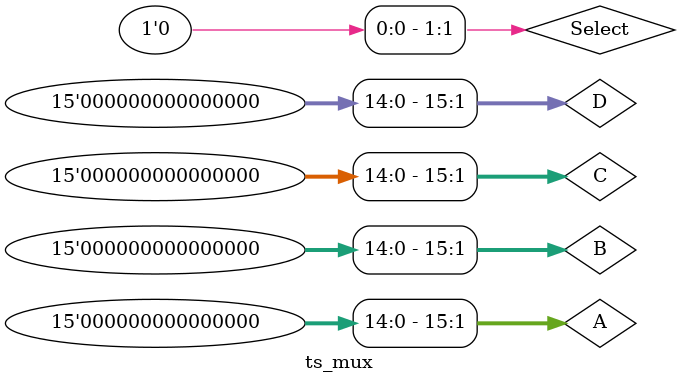
<source format=v>
`timescale 1ns / 1ps


module ts_mux();
    reg [15:0] A;
    reg [15:0] B;
    reg [15:0] C;
    reg [15:0] D;
    reg [1:0] Select;
    wire [15:0] Sal;
   
mux mux1(
    .A(A),
    .B(B),
    .C(C),
    .D(D),
    .Select(Select),
    .Sal(Sal)
);
    
    initial begin 
        A = 0; B = 0; C = 0; D = 0;
        repeat(50) begin       
            A[3:0] = $random; B[3:0] = $random; C[3:0] = $random; D[3:0] = $random;
            Select[1:0] = $random; #5;
        end    
        repeat(50) begin       
            A[7:0] = $random; B[7:0] = $random; C[7:0] = $random; D[7:0] = $random;
            Select[1:0] = $random; #5;
        end
        repeat(50) begin       
            A[15:0] = $random; B[15:0] = $random; C[15:0] = $random; D[15:0] = $random;
            Select[1:0] = $random; #5;
        end
    end
     
endmodule

</source>
